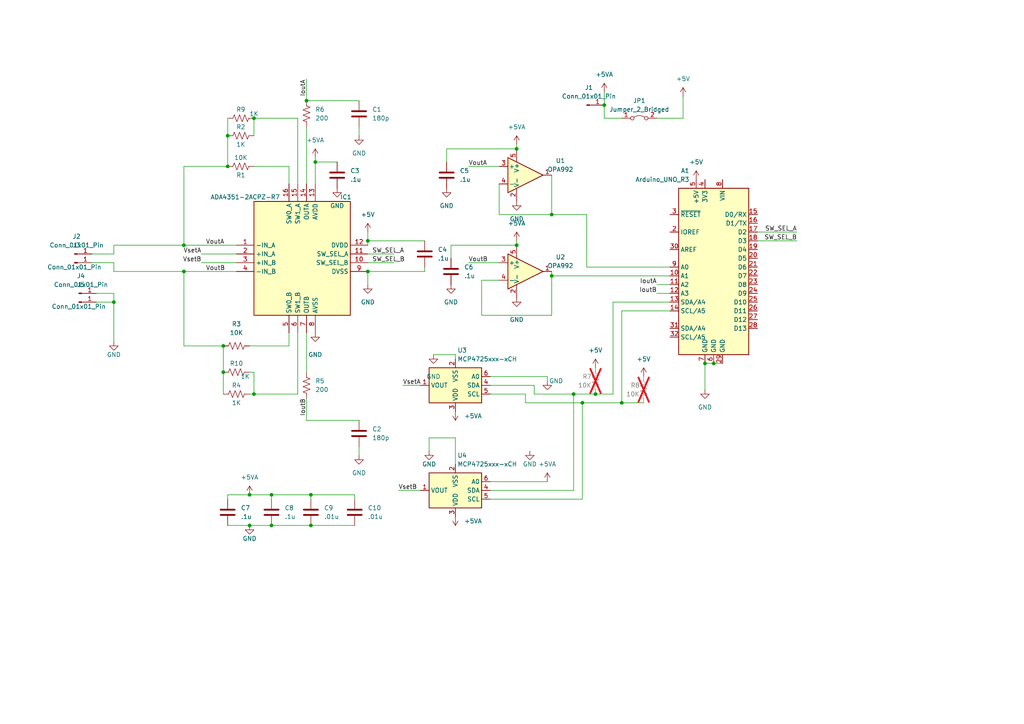
<source format=kicad_sch>
(kicad_sch (version 20230121) (generator eeschema)
  (paper "A4")
  (lib_symbols
    (symbol "Analog_DAC:MCP4725xxx-xCH"
      (property "Reference" "U" (at -6.35 6.35 0))
      (property "Value" "MCP4725xxx-xCH" (at 8.89 6.35 0))
      (symbol "MCP4725xxx-xCH_0_1"
        (rectangle (start -7.62 5.08) (end 7.62 -5.08) (stroke (width 0.254)) (fill (type background)))
      )
      (symbol "MCP4725xxx-xCH_1_1"
        (pin output line (at 10.16 0 180) (length 2.54) (name "VOUT") (number "1"))
        (pin power_in line (at 0 -7.62 90) (length 2.54) (name "VSS") (number "2"))
        (pin power_in line (at 0 7.62 270) (length 2.54) (name "VDD") (number "3"))
        (pin bidirectional line (at -10.16 0 0) (length 2.54) (name "SDA") (number "4"))
        (pin input line (at -10.16 2.54 0) (length 2.54) (name "SCL") (number "5"))
        (pin input line (at -10.16 -2.54 0) (length 2.54) (name "A0") (number "6"))
      )
    )
    (symbol "Connector:Conn_01x01_Pin" (pin_names (offset 1.016) hide)
      (property "Reference" "J" (at 0 2.54 0))
      (property "Value" "Conn_01x01_Pin" (at 0 -2.54 0))
      (symbol "Conn_01x01_Pin_1_1"
        (polyline (pts (xy 1.27 0) (xy 0.8636 0)) (stroke (width 0.1524)))
        (rectangle (start 0.8636 0.127) (end 0 -0.127) (stroke (width 0.1524)) (fill (type outline)))
        (pin passive line (at 5.08 0 180) (length 3.81) (name "Pin_1") (number "1"))
      )
    )
    (symbol "Device:C" (pin_numbers hide) (pin_names (offset 0.254))
      (property "Reference" "C" (at 0.635 2.54 0))
      (property "Value" "C" (at 0.635 -2.54 0))
      (symbol "C_0_1"
        (polyline (pts (xy -2.032 -0.762) (xy 2.032 -0.762)) (stroke (width 0.508)))
        (polyline (pts (xy -2.032 0.762) (xy 2.032 0.762)) (stroke (width 0.508)))
      )
      (symbol "C_1_1"
        (pin passive line (at 0 3.81 270) (length 2.794) (name "~") (number "1"))
        (pin passive line (at 0 -3.81 90) (length 2.794) (name "~") (number "2"))
      )
    )
    (symbol "Device:R_US" (pin_numbers hide) (pin_names (offset 0))
      (property "Reference" "R" (at 2.54 0 90))
      (property "Value" "R_US" (at -2.54 0 90))
      (symbol "R_US_0_1"
        (polyline (pts (xy 0 -2.286) (xy 0 -2.54)))
        (polyline (pts (xy 0 2.286) (xy 0 2.54)))
        (polyline (pts (xy 0 -0.762) (xy 1.016 -1.143) (xy 0 -1.524) (xy -1.016 -1.905) (xy 0 -2.286)))
        (polyline (pts (xy 0 0.762) (xy 1.016 0.381) (xy 0 0) (xy -1.016 -0.381) (xy 0 -0.762)))
        (polyline (pts (xy 0 2.286) (xy 1.016 1.905) (xy 0 1.524) (xy -1.016 1.143) (xy 0 0.762)))
      )
      (symbol "R_US_1_1"
        (pin passive line (at 0 3.81 270) (length 1.27) (name "~") (number "1"))
        (pin passive line (at 0 -3.81 90) (length 1.27) (name "~") (number "2"))
      )
    )
    (symbol "Jumper:Jumper_2_Bridged" (pin_names (offset 0) hide)
      (property "Reference" "JP" (at 0 1.905 0))
      (property "Value" "Jumper_2_Bridged" (at 0 -2.54 0))
      (symbol "Jumper_2_Bridged_0_0"
        (circle (center -2.032 0) (radius 0.508))
        (circle (center 2.032 0) (radius 0.508))
      )
      (symbol "Jumper_2_Bridged_0_1"
        (arc (start 1.524 0.254) (mid 0 0.762) (end -1.524 0.254))
      )
      (symbol "Jumper_2_Bridged_1_1"
        (pin passive line (at -5.08 0 0) (length 2.54) (name "A") (number "1"))
        (pin passive line (at 5.08 0 180) (length 2.54) (name "B") (number "2"))
      )
    )
    (symbol "MCU_Module:Arduino_UNO_R3"
      (property "Reference" "A" (at -10.16 23.495 0))
      (property "Value" "Arduino_UNO_R3" (at 5.08 -26.67 0))
      (symbol "Arduino_UNO_R3_0_1"
        (rectangle (start -10.16 22.86) (end 10.16 -25.4) (stroke (width 0.254)) (fill (type background)))
      )
      (symbol "Arduino_UNO_R3_1_1"
        (pin no_connect line (at -10.16 -20.32 0) (length 2.54) hide (name "NC") (number "1"))
        (pin bidirectional line (at 12.7 -2.54 180) (length 2.54) (name "A1") (number "10"))
        (pin bidirectional line (at 12.7 -5.08 180) (length 2.54) (name "A2") (number "11"))
        (pin bidirectional line (at 12.7 -7.62 180) (length 2.54) (name "A3") (number "12"))
        (pin bidirectional line (at 12.7 -10.16 180) (length 2.54) (name "SDA/A4") (number "13"))
        (pin bidirectional line (at 12.7 -12.7 180) (length 2.54) (name "SCL/A5") (number "14"))
        (pin bidirectional line (at -12.7 15.24 0) (length 2.54) (name "D0/RX") (number "15"))
        (pin bidirectional line (at -12.7 12.7 0) (length 2.54) (name "D1/TX") (number "16"))
        (pin bidirectional line (at -12.7 10.16 0) (length 2.54) (name "D2") (number "17"))
        (pin bidirectional line (at -12.7 7.62 0) (length 2.54) (name "D3") (number "18"))
        (pin bidirectional line (at -12.7 5.08 0) (length 2.54) (name "D4") (number "19"))
        (pin output line (at 12.7 10.16 180) (length 2.54) (name "IOREF") (number "2"))
        (pin bidirectional line (at -12.7 2.54 0) (length 2.54) (name "D5") (number "20"))
        (pin bidirectional line (at -12.7 0 0) (length 2.54) (name "D6") (number "21"))
        (pin bidirectional line (at -12.7 -2.54 0) (length 2.54) (name "D7") (number "22"))
        (pin bidirectional line (at -12.7 -5.08 0) (length 2.54) (name "D8") (number "23"))
        (pin bidirectional line (at -12.7 -7.62 0) (length 2.54) (name "D9") (number "24"))
        (pin bidirectional line (at -12.7 -10.16 0) (length 2.54) (name "D10") (number "25"))
        (pin bidirectional line (at -12.7 -12.7 0) (length 2.54) (name "D11") (number "26"))
        (pin bidirectional line (at -12.7 -15.24 0) (length 2.54) (name "D12") (number "27"))
        (pin bidirectional line (at -12.7 -17.78 0) (length 2.54) (name "D13") (number "28"))
        (pin power_in line (at -2.54 -27.94 90) (length 2.54) (name "GND") (number "29"))
        (pin input line (at 12.7 15.24 180) (length 2.54) (name "~{RESET}") (number "3"))
        (pin input line (at 12.7 5.08 180) (length 2.54) (name "AREF") (number "30"))
        (pin bidirectional line (at 12.7 -17.78 180) (length 2.54) (name "SDA/A4") (number "31"))
        (pin bidirectional line (at 12.7 -20.32 180) (length 2.54) (name "SCL/A5") (number "32"))
        (pin power_out line (at 2.54 25.4 270) (length 2.54) (name "3V3") (number "4"))
        (pin power_out line (at 5.08 25.4 270) (length 2.54) (name "+5V") (number "5"))
        (pin power_in line (at 0 -27.94 90) (length 2.54) (name "GND") (number "6"))
        (pin power_in line (at 2.54 -27.94 90) (length 2.54) (name "GND") (number "7"))
        (pin power_in line (at -2.54 25.4 270) (length 2.54) (name "VIN") (number "8"))
        (pin bidirectional line (at 12.7 0 180) (length 2.54) (name "A0") (number "9"))
      )
    )
    (symbol "mini-source-lib:ADA4351-2ACPZ-R7"
      (property "Reference" "IC" (at 34.29 17.78 0))
      (property "Value" "ADA4351-2ACPZ-R7" (at 34.29 15.24 0))
      (symbol "ADA4351-2ACPZ-R7_1_1"
        (rectangle (start 5.08 12.7) (end 33.02 -20.32) (stroke (width 0.254)) (fill (type background)))
        (pin passive line (at 0 0 0) (length 5.08) (name "-IN_A") (number "1"))
        (pin passive line (at 38.1 -5.08 180) (length 5.08) (name "SW_SEL_B") (number "10"))
        (pin passive line (at 38.1 -2.54 180) (length 5.08) (name "SW_SEL_A") (number "11"))
        (pin passive line (at 38.1 0 180) (length 5.08) (name "DVDD") (number "12"))
        (pin passive line (at 22.86 17.78 270) (length 5.08) (name "AVDD") (number "13"))
        (pin passive line (at 20.32 17.78 270) (length 5.08) (name "OUTA") (number "14"))
        (pin passive line (at 17.78 17.78 270) (length 5.08) (name "SW1_A") (number "15"))
        (pin passive line (at 15.24 17.78 270) (length 5.08) (name "SW0_A") (number "16"))
        (pin passive line (at 0 -2.54 0) (length 5.08) (name "+IN_A") (number "2"))
        (pin passive line (at 0 -5.08 0) (length 5.08) (name "+IN_B") (number "3"))
        (pin passive line (at 0 -7.62 0) (length 5.08) (name "-IN_B") (number "4"))
        (pin passive line (at 15.24 -25.4 90) (length 5.08) (name "SW0_B") (number "5"))
        (pin passive line (at 17.78 -25.4 90) (length 5.08) (name "SW1_B") (number "6"))
        (pin passive line (at 20.32 -25.4 90) (length 5.08) (name "OUTB") (number "7"))
        (pin passive line (at 22.86 -25.4 90) (length 5.08) (name "AVSS") (number "8"))
        (pin passive line (at 38.1 -7.62 180) (length 5.08) (name "DVSS") (number "9"))
      )
    )
    (symbol "mini-source-lib:OPAMP" (pin_names (offset 0.254))
      (property "Reference" "U" (at 3.81 3.175 0))
      (property "Value" "OPA992" (at 0 5.08 0))
      (symbol "OPAMP_0_1"
        (polyline (pts (xy 5.08 0) (xy -5.08 5.08) (xy -5.08 -5.08) (xy 5.08 0)) (stroke (width 0.254)) (fill (type background)))
      )
      (symbol "OPAMP_1_1"
        (pin output line (at 7.62 0 180) (length 2.54) (name "~") (number "1"))
        (pin power_in line (at -2.54 -7.62 90) (length 3.81) (name "V-") (number "2"))
        (pin input line (at -7.62 2.54 0) (length 2.54) (name "+") (number "3"))
        (pin input line (at -7.62 -2.54 0) (length 2.54) (name "-") (number "4"))
        (pin power_in line (at -2.54 7.62 270) (length 3.81) (name "V+") (number "5"))
      )
    )
    (symbol "power:+5V" (power) (pin_names (offset 0))
      (property "Value" "+5V" (at 0 3.556 0))
      (symbol "+5V_0_1"
        (polyline (pts (xy -0.762 1.27) (xy 0 2.54)))
        (polyline (pts (xy 0 0) (xy 0 2.54)))
        (polyline (pts (xy 0 2.54) (xy 0.762 1.27)))
      )
      (symbol "+5V_1_1"
        (pin power_in line (at 0 0 90) (length 0) hide (name "+5V") (number "1"))
      )
    )
    (symbol "power:+5VA" (power) (pin_names (offset 0))
      (property "Value" "+5VA" (at 0 3.556 0))
      (symbol "+5VA_0_1"
        (polyline (pts (xy -0.762 1.27) (xy 0 2.54)))
        (polyline (pts (xy 0 0) (xy 0 2.54)))
        (polyline (pts (xy 0 2.54) (xy 0.762 1.27)))
      )
      (symbol "+5VA_1_1"
        (pin power_in line (at 0 0 90) (length 0) hide (name "+5VA") (number "1"))
      )
    )
    (symbol "power:GND" (power) (pin_names (offset 0))
      (property "Value" "GND" (at 0 -3.81 0))
      (symbol "GND_0_1"
        (polyline (pts (xy 0 0) (xy 0 -1.27) (xy 1.27 -1.27) (xy 0 -2.54) (xy -1.27 -1.27) (xy 0 -1.27)))
      )
      (symbol "GND_1_1"
        (pin power_in line (at 0 0 270) (length 0) hide (name "GND") (number "1"))
      )
    )
  )
  (junction (at 160.02 80.01))
  (junction (at 207.01 105.41))
  (junction (at 88.9 29.21))
  (junction (at 106.68 69.85))
  (junction (at 72.39 143.51))
  (junction (at 149.86 71.12))
  (junction (at 180.34 116.84))
  (junction (at 53.34 78.74))
  (junction (at 90.17 152.4))
  (junction (at 91.44 46.99))
  (junction (at 78.74 143.51))
  (junction (at 53.34 71.12))
  (junction (at 106.68 78.74))
  (junction (at 73.66 34.29))
  (junction (at 66.04 48.26))
  (junction (at 64.77 107.95))
  (junction (at 64.77 100.33))
  (junction (at 33.02 87.63))
  (junction (at 90.17 143.51))
  (junction (at 149.86 43.18))
  (junction (at 168.91 116.84))
  (junction (at 160.02 62.23))
  (junction (at 204.47 105.41))
  (junction (at 66.04 39.37))
  (junction (at 166.37 114.3))
  (junction (at 78.74 152.4))
  (junction (at 73.66 114.3))
  (junction (at 172.72 114.3))
  (junction (at 72.39 152.4))
  (junction (at 175.26 30.48))
  (wire (pts (xy 144.78 62.23) (xy 160.02 62.23)))
  (wire (pts (xy 124.46 130.81) (xy 124.46 127)))
  (wire (pts (xy 190.5 82.55) (xy 194.31 82.55)))
  (wire (pts (xy 219.71 67.31) (xy 231.14 67.31)))
  (wire (pts (xy 66.04 143.51) (xy 66.04 144.78)))
  (wire (pts (xy 106.68 69.85) (xy 123.19 69.85)))
  (wire (pts (xy 204.47 105.41) (xy 207.01 105.41)))
  (wire (pts (xy 180.34 90.17) (xy 194.31 90.17)))
  (wire (pts (xy 27.94 85.09) (xy 33.02 85.09)))
  (wire (pts (xy 53.34 71.12) (xy 68.58 71.12)))
  (wire (pts (xy 142.24 109.22) (xy 158.75 109.22)))
  (wire (pts (xy 154.94 114.3) (xy 166.37 114.3)))
  (wire (pts (xy 86.36 114.3) (xy 73.66 114.3)))
  (wire (pts (xy 58.42 73.66) (xy 68.58 73.66)))
  (wire (pts (xy 175.26 34.29) (xy 180.34 34.29)))
  (wire (pts (xy 160.02 80.01) (xy 194.31 80.01)))
  (wire (pts (xy 91.44 46.99) (xy 91.44 45.72)))
  (wire (pts (xy 27.94 87.63) (xy 33.02 87.63)))
  (wire (pts (xy 66.04 34.29) (xy 66.04 39.37)))
  (wire (pts (xy 72.39 143.51) (xy 66.04 143.51)))
  (wire (pts (xy 168.91 116.84) (xy 180.34 116.84)))
  (wire (pts (xy 190.5 34.29) (xy 198.12 34.29)))
  (wire (pts (xy 83.82 100.33) (xy 72.39 100.33)))
  (wire (pts (xy 73.66 34.29) (xy 73.66 39.37)))
  (wire (pts (xy 64.77 100.33) (xy 64.77 107.95)))
  (wire (pts (xy 194.31 77.47) (xy 170.18 77.47)))
  (wire (pts (xy 144.78 53.34) (xy 144.78 62.23)))
  (wire (pts (xy 90.17 143.51) (xy 90.17 144.78)))
  (wire (pts (xy 78.74 143.51) (xy 90.17 143.51)))
  (wire (pts (xy 104.14 36.83) (xy 104.14 39.37)))
  (wire (pts (xy 106.68 78.74) (xy 123.19 78.74)))
  (wire (pts (xy 129.54 43.18) (xy 149.86 43.18)))
  (wire (pts (xy 33.02 76.2) (xy 33.02 78.74)))
  (wire (pts (xy 97.79 46.99) (xy 91.44 46.99)))
  (wire (pts (xy 78.74 152.4) (xy 90.17 152.4)))
  (wire (pts (xy 177.8 87.63) (xy 194.31 87.63)))
  (wire (pts (xy 132.08 127) (xy 132.08 134.62)))
  (wire (pts (xy 26.67 73.66) (xy 33.02 73.66)))
  (wire (pts (xy 139.7 81.28) (xy 139.7 91.44)))
  (wire (pts (xy 116.84 111.76) (xy 121.92 111.76)))
  (wire (pts (xy 73.66 48.26) (xy 83.82 48.26)))
  (wire (pts (xy 132.08 102.87) (xy 132.08 104.14)))
  (wire (pts (xy 106.68 78.74) (xy 106.68 82.55)))
  (wire (pts (xy 135.89 76.2) (xy 144.78 76.2)))
  (wire (pts (xy 88.9 22.86) (xy 88.9 29.21)))
  (wire (pts (xy 90.17 143.51) (xy 102.87 143.51)))
  (wire (pts (xy 86.36 96.52) (xy 86.36 114.3)))
  (wire (pts (xy 88.9 121.92) (xy 104.14 121.92)))
  (wire (pts (xy 78.74 143.51) (xy 78.74 144.78)))
  (wire (pts (xy 130.81 74.93) (xy 130.81 71.12)))
  (wire (pts (xy 180.34 116.84) (xy 186.69 116.84)))
  (wire (pts (xy 88.9 115.57) (xy 88.9 121.92)))
  (wire (pts (xy 135.89 48.26) (xy 144.78 48.26)))
  (wire (pts (xy 83.82 96.52) (xy 83.82 100.33)))
  (wire (pts (xy 83.82 53.34) (xy 83.82 48.26)))
  (wire (pts (xy 53.34 78.74) (xy 68.58 78.74)))
  (wire (pts (xy 166.37 114.3) (xy 166.37 142.24)))
  (wire (pts (xy 158.75 109.22) (xy 158.75 110.49)))
  (wire (pts (xy 106.68 69.85) (xy 106.68 71.12)))
  (wire (pts (xy 152.4 116.84) (xy 168.91 116.84)))
  (wire (pts (xy 190.5 85.09) (xy 194.31 85.09)))
  (wire (pts (xy 152.4 114.3) (xy 152.4 116.84)))
  (wire (pts (xy 166.37 114.3) (xy 172.72 114.3)))
  (wire (pts (xy 53.34 48.26) (xy 66.04 48.26)))
  (wire (pts (xy 53.34 100.33) (xy 53.34 78.74)))
  (wire (pts (xy 73.66 107.95) (xy 73.66 114.3)))
  (wire (pts (xy 72.39 152.4) (xy 78.74 152.4)))
  (wire (pts (xy 170.18 62.23) (xy 160.02 62.23)))
  (wire (pts (xy 175.26 26.67) (xy 175.26 30.48)))
  (wire (pts (xy 172.72 114.3) (xy 177.8 114.3)))
  (wire (pts (xy 33.02 71.12) (xy 53.34 71.12)))
  (wire (pts (xy 33.02 87.63) (xy 33.02 99.06)))
  (wire (pts (xy 198.12 27.94) (xy 198.12 34.29)))
  (wire (pts (xy 106.68 67.31) (xy 106.68 69.85)))
  (wire (pts (xy 142.24 142.24) (xy 166.37 142.24)))
  (wire (pts (xy 91.44 46.99) (xy 91.44 53.34)))
  (wire (pts (xy 139.7 91.44) (xy 160.02 91.44)))
  (wire (pts (xy 33.02 78.74) (xy 53.34 78.74)))
  (wire (pts (xy 124.46 127) (xy 132.08 127)))
  (wire (pts (xy 180.34 116.84) (xy 180.34 90.17)))
  (wire (pts (xy 53.34 71.12) (xy 53.34 48.26)))
  (wire (pts (xy 106.68 76.2) (xy 114.3 76.2)))
  (wire (pts (xy 86.36 34.29) (xy 73.66 34.29)))
  (wire (pts (xy 160.02 50.8) (xy 160.02 62.23)))
  (wire (pts (xy 175.26 30.48) (xy 175.26 34.29)))
  (wire (pts (xy 72.39 107.95) (xy 73.66 107.95)))
  (wire (pts (xy 219.71 69.85) (xy 231.14 69.85)))
  (wire (pts (xy 142.24 139.7) (xy 158.75 139.7)))
  (wire (pts (xy 144.78 81.28) (xy 139.7 81.28)))
  (wire (pts (xy 58.42 76.2) (xy 68.58 76.2)))
  (wire (pts (xy 170.18 77.47) (xy 170.18 62.23)))
  (wire (pts (xy 142.24 114.3) (xy 152.4 114.3)))
  (wire (pts (xy 123.19 78.74) (xy 123.19 77.47)))
  (wire (pts (xy 90.17 152.4) (xy 102.87 152.4)))
  (wire (pts (xy 154.94 111.76) (xy 154.94 114.3)))
  (wire (pts (xy 66.04 152.4) (xy 72.39 152.4)))
  (wire (pts (xy 106.68 73.66) (xy 114.3 73.66)))
  (wire (pts (xy 88.9 29.21) (xy 104.14 29.21)))
  (wire (pts (xy 104.14 129.54) (xy 104.14 132.08)))
  (wire (pts (xy 88.9 36.83) (xy 88.9 53.34)))
  (wire (pts (xy 86.36 34.29) (xy 86.36 53.34)))
  (wire (pts (xy 130.81 71.12) (xy 149.86 71.12)))
  (wire (pts (xy 142.24 144.78) (xy 168.91 144.78)))
  (wire (pts (xy 125.73 102.87) (xy 132.08 102.87)))
  (wire (pts (xy 66.04 39.37) (xy 66.04 48.26)))
  (wire (pts (xy 73.66 114.3) (xy 72.39 114.3)))
  (wire (pts (xy 129.54 46.99) (xy 129.54 43.18)))
  (wire (pts (xy 160.02 80.01) (xy 160.02 91.44)))
  (wire (pts (xy 204.47 105.41) (xy 204.47 113.03)))
  (wire (pts (xy 177.8 114.3) (xy 177.8 87.63)))
  (wire (pts (xy 53.34 100.33) (xy 64.77 100.33)))
  (wire (pts (xy 72.39 143.51) (xy 78.74 143.51)))
  (wire (pts (xy 26.67 76.2) (xy 33.02 76.2)))
  (wire (pts (xy 149.86 41.91) (xy 149.86 43.18)))
  (wire (pts (xy 149.86 69.85) (xy 149.86 71.12)))
  (wire (pts (xy 102.87 143.51) (xy 102.87 144.78)))
  (wire (pts (xy 33.02 71.12) (xy 33.02 73.66)))
  (wire (pts (xy 168.91 144.78) (xy 168.91 116.84)))
  (wire (pts (xy 142.24 111.76) (xy 154.94 111.76)))
  (wire (pts (xy 160.02 78.74) (xy 160.02 80.01)))
  (wire (pts (xy 64.77 107.95) (xy 64.77 114.3)))
  (wire (pts (xy 33.02 85.09) (xy 33.02 87.63)))
  (wire (pts (xy 207.01 105.41) (xy 209.55 105.41)))
  (wire (pts (xy 88.9 96.52) (xy 88.9 107.95)))
  (wire (pts (xy 115.57 142.24) (xy 121.92 142.24)))
  (label "IoutA" (at 190.5 82.55 180))
  (label "VsetB" (at 115.57 142.24 0))
  (label "VsetB" (at 58.42 76.2 180))
  (label "IoutB" (at 88.9 120.65 90))
  (label "VoutB" (at 135.89 76.2 0))
  (label "SW_SEL_B" (at 231.14 69.85 180))
  (label "SW_SEL_B" (at 107.95 76.2 0))
  (label "VsetA" (at 116.84 111.76 0))
  (label "IoutB" (at 190.5 85.09 180))
  (label "VoutA" (at 59.69 71.12 0))
  (label "IoutA" (at 88.9 27.94 90))
  (label "VsetA" (at 58.42 73.66 180))
  (label "VoutA" (at 135.89 48.26 0))
  (label "VoutB" (at 59.69 78.74 0))
  (label "SW_SEL_A" (at 231.14 67.31 180))
  (label "SW_SEL_A" (at 107.95 73.66 0))
  (symbol (lib_id "Device:C") (at 104.14 33.02 0) (unit 1)
    (property "Reference" "C1" (at 107.95 31.75 0) (effects (justify left)))
    (property "Value" "180p" (at 107.95 34.29 0) (effects (justify left)))
    (property "Footprint" "Capacitor_SMD:C_0805_2012Metric_Pad1.18x1.45mm_HandSolder" (effects hide))
    (property "Datasheet" "https://www.mouser.com/ProductDetail/KYOCERA-AVX/08051C181KAT2A?qs=LzfKPbejVBXgge7OLNdD%2Fw%3D%3D" (effects hide))
  )
  (symbol (lib_id "Analog_DAC:MCP4725xxx-xCH") (at 132.08 142.24 180) (unit 1)
    (property "Reference" "U4" (at 132.6641 132.08 0) (effects (justify right)))
    (property "Value" "MCP4725xxx-xCH" (at 132.6641 134.62 0) (effects (justify right)))
    (property "Footprint" "Package_TO_SOT_SMD:SOT-23-6" (effects hide))
    (property "Datasheet" "http://ww1.microchip.com/downloads/en/DeviceDoc/22039d.pdf" (effects hide))
  )
  (symbol (lib_id "power:GND") (at 97.79 54.61 0) (unit 1)
    (property "Reference" "#PWR023" (effects hide))
    (property "Value" "GND" (at 97.79 59.69 0))
  )
  (symbol (lib_id "power:GND") (at 204.47 113.03 0) (unit 1)
    (property "Reference" "#PWR06" (effects hide))
    (property "Value" "GND" (at 204.47 118.11 0))
  )
  (symbol (lib_id "mini-source-lib:OPAMP") (at 152.4 50.8 0) (unit 1)
    (property "Reference" "U1" (at 162.56 46.6091 0))
    (property "Value" "OPA992" (at 162.56 49.1491 0))
    (property "Footprint" "Package_TO_SOT_SMD:SOT-23-5" (effects hide))
    (property "Datasheet" "https://www.ti.com/lit/ds/symlink/opa992-q1.pdf?ts=1705449195545&ref_url=https%253A%252F%252Fwww.mouser.com%252F" (effects hide))
  )
  (symbol (lib_id "power:GND") (at 130.81 82.55 0) (unit 1)
    (property "Reference" "#PWR025" (effects hide))
    (property "Value" "GND" (at 130.81 87.63 0))
  )
  (symbol (lib_id "power:GND") (at 104.14 39.37 0) (unit 1)
    (property "Reference" "#PWR012" (effects hide))
    (property "Value" "GND" (at 104.14 44.45 0))
  )
  (symbol (lib_id "Device:R_US") (at 88.9 111.76 180) (unit 1)
    (property "Reference" "R5" (at 91.44 110.49 0) (effects (justify right)))
    (property "Value" "200" (at 91.44 113.03 0) (effects (justify right)))
    (property "Footprint" "Resistor_SMD:R_0805_2012Metric_Pad1.20x1.40mm_HandSolder" (effects hide))
    (property "Datasheet" "https://www.mouser.com/ProductDetail/ROHM-Semiconductor/SDR10EZPF2000?qs=sGAEpiMZZMtlubZbdhIBIK8AeiPKd8jIKOpLtdpd47Q%3D" (effects hide))
  )
  (symbol (lib_id "Device:R_US") (at 88.9 33.02 180) (unit 1)
    (property "Reference" "R6" (at 91.44 31.75 0) (effects (justify right)))
    (property "Value" "200" (at 91.44 34.29 0) (effects (justify right)))
    (property "Footprint" "Resistor_SMD:R_0805_2012Metric_Pad1.20x1.40mm_HandSolder" (effects hide))
    (property "Datasheet" "https://www.mouser.com/ProductDetail/ROHM-Semiconductor/SDR10EZPF2000?qs=sGAEpiMZZMtlubZbdhIBIK8AeiPKd8jIKOpLtdpd47Q%3D" (effects hide))
  )
  (symbol (lib_id "Device:C") (at 102.87 148.59 0) (unit 1)
    (property "Reference" "C10" (at 106.68 147.32 0) (effects (justify left)))
    (property "Value" ".01u" (at 106.68 149.86 0) (effects (justify left)))
    (property "Footprint" "Capacitor_SMD:C_0603_1608Metric_Pad1.08x0.95mm_HandSolder" (effects hide))
    (property "Datasheet" "https://www.mouser.com/ProductDetail/KYOCERA-AVX/KAM15AR72A103KM?qs=Jm2GQyTW%2FbidaKuPpnVTuw%3D%3D" (effects hide))
  )
  (symbol (lib_id "power:+5VA") (at 91.44 45.72 0) (unit 1)
    (property "Reference" "#PWR07" (effects hide))
    (property "Value" "+5VA" (at 91.44 40.64 0))
  )
  (symbol (lib_id "Device:R_US") (at 68.58 114.3 270) (unit 1)
    (property "Reference" "R4" (at 68.58 111.76 90))
    (property "Value" "1K" (at 68.58 116.84 90))
    (property "Footprint" "Resistor_SMD:R_0805_2012Metric_Pad1.20x1.40mm_HandSolder" (effects hide))
    (property "Datasheet" "https://www.digikey.com/en/products/detail/stackpole-electronics-inc/RNCF0805TKY1K00/2269700" (effects hide))
  )
  (symbol (lib_id "Device:R_US") (at 69.85 39.37 270) (unit 1)
    (property "Reference" "R2" (at 69.85 36.83 90))
    (property "Value" "1K" (at 69.85 41.91 90))
    (property "Footprint" "Resistor_SMD:R_0805_2012Metric_Pad1.20x1.40mm_HandSolder" (effects hide))
    (property "Datasheet" "https://www.digikey.com/en/products/detail/stackpole-electronics-inc/RNCF0805TKY1K00/2269700" (effects hide))
  )
  (symbol (lib_id "Connector:Conn_01x01_Pin") (at 22.86 87.63 0) (unit 1)
    (property "Reference" "J5" (at 23.495 82.55 0))
    (property "Value" "Conn_01x01_Pin" (at 22.86 88.9 0))
    (property "Footprint" "Connector_PinHeader_2.54mm:PinHeader_1x01_P2.54mm_Vertical" (effects hide))
  )
  (symbol (lib_id "power:GND") (at 91.44 96.52 0) (unit 1)
    (property "Reference" "#PWR011" (effects hide))
    (property "Value" "GND" (at 91.44 102.87 0))
  )
  (symbol (lib_id "power:GND") (at 125.73 102.87 0) (unit 1)
    (property "Reference" "#PWR015" (effects hide))
    (property "Value" "GND" (at 125.73 109.22 0))
  )
  (symbol (lib_id "power:GND") (at 153.67 130.81 0) (unit 1)
    (property "Reference" "#PWR027" (effects hide))
    (property "Value" "GND" (at 153.67 134.62 0))
  )
  (symbol (lib_id "Jumper:Jumper_2_Bridged") (at 185.42 34.29 0) (unit 1)
    (property "Reference" "JP1" (at 185.42 29.21 0))
    (property "Value" "Jumper_2_Bridged" (at 185.42 31.75 0))
    (property "Footprint" "Jumper:SolderJumper-2_P1.3mm_Open_Pad1.0x1.5mm" (effects hide))
  )
  (symbol (lib_id "power:GND") (at 124.46 130.81 0) (unit 1)
    (property "Reference" "#PWR017" (effects hide))
    (property "Value" "GND" (at 124.46 134.62 0))
  )
  (symbol (lib_id "power:+5VA") (at 132.08 119.38 180) (unit 1)
    (property "Reference" "#PWR010" (effects hide))
    (property "Value" "+5VA" (at 134.62 120.65 0) (effects (justify right)))
  )
  (symbol (lib_id "power:+5V") (at 186.69 109.22 0) (unit 1)
    (property "Reference" "#PWR020" (effects hide))
    (property "Value" "+5V" (at 186.69 104.14 0))
  )
  (symbol (lib_id "power:+5V") (at 198.12 27.94 0) (unit 1)
    (property "Reference" "#PWR021" (effects hide))
    (property "Value" "+5V" (at 198.12 22.86 0))
  )
  (symbol (lib_id "mini-source-lib:OPAMP") (at 152.4 78.74 0) (unit 1)
    (property "Reference" "U2" (at 162.56 74.5491 0))
    (property "Value" "OPA992" (at 162.56 77.0891 0))
    (property "Footprint" "Package_TO_SOT_SMD:SOT-23-5" (effects hide))
    (property "Datasheet" "https://www.ti.com/lit/ds/symlink/opa992-q1.pdf?ts=1705449195545&ref_url=https%253A%252F%252Fwww.mouser.com%252F" (effects hide))
  )
  (symbol (lib_id "power:GND") (at 129.54 54.61 0) (unit 1)
    (property "Reference" "#PWR024" (effects hide))
    (property "Value" "GND" (at 129.54 59.69 0))
  )
  (symbol (lib_id "power:GND") (at 33.02 99.06 0) (unit 1)
    (property "Reference" "#PWR029" (effects hide))
    (property "Value" "GND" (at 33.02 102.87 0))
  )
  (symbol (lib_id "MCU_Module:Arduino_UNO_R3") (at 207.01 77.47 0) (mirror y) (unit 1)
    (property "Reference" "A1" (at 199.9741 49.53 0) (effects (justify left)))
    (property "Value" "Arduino_UNO_R3" (at 199.9741 52.07 0) (effects (justify left)))
    (property "Footprint" "Module:Arduino_UNO_R3" (effects hide))
    (property "Datasheet" "https://www.arduino.cc/en/Main/arduinoBoardUno" (effects hide))
  )
  (symbol (lib_id "Connector:Conn_01x01_Pin") (at 22.86 85.09 0) (unit 1)
    (property "Reference" "J4" (at 23.495 80.01 0))
    (property "Value" "Conn_01x01_Pin" (at 23.495 82.55 0))
    (property "Footprint" "Connector_PinHeader_2.54mm:PinHeader_1x01_P2.54mm_Vertical" (effects hide))
  )
  (symbol (lib_id "power:+5V") (at 172.72 106.68 0) (unit 1)
    (property "Reference" "#PWR016" (effects hide))
    (property "Value" "+5V" (at 172.72 101.6 0))
  )
  (symbol (lib_id "power:+5V") (at 201.93 52.07 0) (unit 1)
    (property "Reference" "#PWR05" (effects hide))
    (property "Value" "+5V" (at 201.93 46.99 0))
  )
  (symbol (lib_id "Device:C") (at 97.79 50.8 0) (unit 1)
    (property "Reference" "C3" (at 101.6 49.53 0) (effects (justify left)))
    (property "Value" ".1u" (at 101.6 52.07 0) (effects (justify left)))
    (property "Footprint" "Capacitor_SMD:C_0603_1608Metric_Pad1.08x0.95mm_HandSolder" (effects hide))
    (property "Datasheet" "https://www.mouser.com/ProductDetail/KEMET/C0603C104K1RACAUTO?qs=sGAEpiMZZMsh%252B1woXyUXj2DauOx9ATzFouinhvcdKhg%3D" (effects hide))
  )
  (symbol (lib_id "Device:C") (at 129.54 50.8 0) (unit 1)
    (property "Reference" "C5" (at 133.35 49.53 0) (effects (justify left)))
    (property "Value" ".1u" (at 133.35 52.07 0) (effects (justify left)))
    (property "Footprint" "Capacitor_SMD:C_0603_1608Metric_Pad1.08x0.95mm_HandSolder" (effects hide))
    (property "Datasheet" "https://www.mouser.com/ProductDetail/KEMET/C0603C104K1RACAUTO?qs=sGAEpiMZZMsh%252B1woXyUXj2DauOx9ATzFouinhvcdKhg%3D" (effects hide))
  )
  (symbol (lib_id "power:+5VA") (at 149.86 69.85 0) (unit 1)
    (property "Reference" "#PWR04" (effects hide))
    (property "Value" "+5VA" (at 149.86 64.77 0))
  )
  (symbol (lib_id "Device:R_US") (at 68.58 100.33 90) (unit 1)
    (property "Reference" "R3" (at 68.58 93.98 90))
    (property "Value" "10K" (at 68.58 96.52 90))
    (property "Footprint" "Resistor_SMD:R_1206_3216Metric_Pad1.30x1.75mm_HandSolder" (effects hide))
    (property "Datasheet" "https://www.digikey.com/en/products/detail/stackpole-electronics-inc/RNCF1206TKY10K0/2269704" (effects hide))
  )
  (symbol (lib_id "power:+5VA") (at 158.75 139.7 0) (unit 1)
    (property "Reference" "#PWR019" (effects hide))
    (property "Value" "+5VA" (at 158.75 134.62 0))
  )
  (symbol (lib_id "Device:C") (at 130.81 78.74 0) (unit 1)
    (property "Reference" "C6" (at 134.62 77.47 0) (effects (justify left)))
    (property "Value" ".1u" (at 134.62 80.01 0) (effects (justify left)))
    (property "Footprint" "Capacitor_SMD:C_0603_1608Metric_Pad1.08x0.95mm_HandSolder" (effects hide))
    (property "Datasheet" "https://www.mouser.com/ProductDetail/KEMET/C0603C104K1RACAUTO?qs=sGAEpiMZZMsh%252B1woXyUXj2DauOx9ATzFouinhvcdKhg%3D" (effects hide))
  )
  (symbol (lib_id "Device:C") (at 78.74 148.59 0) (unit 1)
    (property "Reference" "C8" (at 82.55 147.32 0) (effects (justify left)))
    (property "Value" ".1u" (at 82.55 149.86 0) (effects (justify left)))
    (property "Footprint" "Capacitor_SMD:C_0603_1608Metric_Pad1.08x0.95mm_HandSolder" (effects hide))
    (property "Datasheet" "https://www.mouser.com/ProductDetail/KEMET/C0603C104K1RACAUTO?qs=sGAEpiMZZMsh%252B1woXyUXj2DauOx9ATzFouinhvcdKhg%3D" (effects hide))
  )
  (symbol (lib_id "Device:R_US") (at 68.58 107.95 270) (unit 1)
    (property "Reference" "R10" (at 68.58 105.41 90))
    (property "Value" "1K" (at 71.12 109.22 90))
    (property "Footprint" "Resistor_SMD:R_0805_2012Metric_Pad1.20x1.40mm_HandSolder" (effects hide))
    (property "Datasheet" "https://www.digikey.com/en/products/detail/stackpole-electronics-inc/RNCF0805TKY1K00/2269700" (effects hide))
  )
  (symbol (lib_id "Device:R_US") (at 172.72 110.49 180) (unit 1) (dnp yes)
    (property "Reference" "R7" (at 168.91 109.22 0) (effects (justify right)))
    (property "Value" "10K" (at 167.64 111.76 0) (effects (justify right)))
    (property "Footprint" "Resistor_SMD:R_1206_3216Metric_Pad1.30x1.75mm_HandSolder" (effects hide))
  )
  (symbol (lib_id "power:+5VA") (at 132.08 149.86 180) (unit 1)
    (property "Reference" "#PWR014" (effects hide))
    (property "Value" "+5VA" (at 134.62 151.13 0) (effects (justify right)))
  )
  (symbol (lib_id "Device:C") (at 90.17 148.59 0) (unit 1)
    (property "Reference" "C9" (at 93.98 147.32 0) (effects (justify left)))
    (property "Value" ".01u" (at 93.98 149.86 0) (effects (justify left)))
    (property "Footprint" "Capacitor_SMD:C_0603_1608Metric_Pad1.08x0.95mm_HandSolder" (effects hide))
    (property "Datasheet" "https://www.mouser.com/ProductDetail/KYOCERA-AVX/KAM15AR72A103KM?qs=Jm2GQyTW%2FbidaKuPpnVTuw%3D%3D" (effects hide))
  )
  (symbol (lib_id "Connector:Conn_01x01_Pin") (at 21.59 73.66 0) (unit 1)
    (property "Reference" "J2" (at 22.225 68.58 0))
    (property "Value" "Conn_01x01_Pin" (at 22.225 71.12 0))
    (property "Footprint" "Connector_PinHeader_2.54mm:PinHeader_1x01_P2.54mm_Vertical" (effects hide))
  )
  (symbol (lib_id "Analog_DAC:MCP4725xxx-xCH") (at 132.08 111.76 180) (unit 1)
    (property "Reference" "U3" (at 132.6641 101.6 0) (effects (justify right)))
    (property "Value" "MCP4725xxx-xCH" (at 132.6641 104.14 0) (effects (justify right)))
    (property "Footprint" "Package_TO_SOT_SMD:SOT-23-6" (effects hide))
    (property "Datasheet" "http://ww1.microchip.com/downloads/en/DeviceDoc/22039d.pdf" (effects hide))
  )
  (symbol (lib_id "power:GND") (at 158.75 110.49 0) (unit 1)
    (property "Reference" "#PWR018" (effects hide))
    (property "Value" "GND" (at 161.29 110.49 0))
  )
  (symbol (lib_id "mini-source-lib:ADA4351-2ACPZ-R7") (at 68.58 71.12 0) (unit 1)
    (property "Reference" "IC1" (at 100.33 57.15 0))
    (property "Value" "ADA4351-2ACPZ-R7" (at 71.12 57.15 0))
    (property "Footprint" "mini-source-lib:QFN50P300X300X80-16N-D" (effects hide))
    (property "Datasheet" "https://www.analog.com/ADA4351-2/datasheet" (effects hide))
    (property "Height" "0.8" (effects hide))
    (property "Manufacturer_Name" "Analog Devices" (effects hide))
    (property "Manufacturer_Part_Number" "ADA4351-2ACPZ-R7" (effects hide))
  )
  (symbol (lib_id "power:GND") (at 149.86 58.42 0) (unit 1)
    (property "Reference" "#PWR01" (effects hide))
    (property "Value" "GND" (at 149.86 63.5 0))
  )
  (symbol (lib_id "Device:R_US") (at 69.85 34.29 270) (unit 1)
    (property "Reference" "R9" (at 69.85 31.75 90))
    (property "Value" "1K" (at 73.66 33.02 90))
    (property "Footprint" "Resistor_SMD:R_0805_2012Metric_Pad1.20x1.40mm_HandSolder" (effects hide))
    (property "Datasheet" "https://www.digikey.com/en/products/detail/stackpole-electronics-inc/RNCF0805TKY1K00/2269700" (effects hide))
  )
  (symbol (lib_id "power:+5VA") (at 72.39 143.51 0) (unit 1)
    (property "Reference" "#PWR026" (effects hide))
    (property "Value" "+5VA" (at 72.39 138.43 0))
  )
  (symbol (lib_id "power:+5VA") (at 175.26 26.67 0) (unit 1)
    (property "Reference" "#PWR022" (effects hide))
    (property "Value" "+5VA" (at 175.26 21.59 0))
  )
  (symbol (lib_id "Device:R_US") (at 186.69 113.03 180) (unit 1) (dnp yes)
    (property "Reference" "R8" (at 182.88 111.76 0) (effects (justify right)))
    (property "Value" "10K" (at 181.61 114.3 0) (effects (justify right)))
    (property "Footprint" "Resistor_SMD:R_1206_3216Metric_Pad1.30x1.75mm_HandSolder" (effects hide))
  )
  (symbol (lib_id "power:GND") (at 72.39 152.4 0) (unit 1)
    (property "Reference" "#PWR028" (effects hide))
    (property "Value" "GND" (at 72.39 156.21 0))
  )
  (symbol (lib_id "Connector:Conn_01x01_Pin") (at 170.18 30.48 0) (unit 1)
    (property "Reference" "J1" (at 170.815 25.4 0))
    (property "Value" "Conn_01x01_Pin" (at 170.815 27.94 0))
    (property "Footprint" "Connector_PinHeader_2.54mm:PinHeader_1x01_P2.54mm_Vertical" (effects hide))
  )
  (symbol (lib_id "Connector:Conn_01x01_Pin") (at 21.59 76.2 0) (unit 1)
    (property "Reference" "J3" (at 22.225 71.12 0))
    (property "Value" "Conn_01x01_Pin" (at 21.59 77.47 0))
    (property "Footprint" "Connector_PinHeader_2.54mm:PinHeader_1x01_P2.54mm_Vertical" (effects hide))
  )
  (symbol (lib_id "Device:C") (at 66.04 148.59 0) (unit 1)
    (property "Reference" "C7" (at 69.85 147.32 0) (effects (justify left)))
    (property "Value" ".1u" (at 69.85 149.86 0) (effects (justify left)))
    (property "Footprint" "Capacitor_SMD:C_0603_1608Metric_Pad1.08x0.95mm_HandSolder" (effects hide))
    (property "Datasheet" "https://www.mouser.com/ProductDetail/KEMET/C0603C104K1RACAUTO?qs=sGAEpiMZZMsh%252B1woXyUXj2DauOx9ATzFouinhvcdKhg%3D" (effects hide))
  )
  (symbol (lib_id "power:+5V") (at 106.68 67.31 0) (unit 1)
    (property "Reference" "#PWR09" (effects hide))
    (property "Value" "+5V" (at 106.68 62.23 0))
  )
  (symbol (lib_id "Device:R_US") (at 69.85 48.26 90) (unit 1)
    (property "Reference" "R1" (at 69.85 50.8 90))
    (property "Value" "10K" (at 69.85 45.72 90))
    (property "Footprint" "Resistor_SMD:R_1206_3216Metric_Pad1.30x1.75mm_HandSolder" (effects hide))
    (property "Datasheet" "https://www.digikey.com/en/products/detail/stackpole-electronics-inc/RNCF1206TKY10K0/2269704" (effects hide))
  )
  (symbol (lib_id "power:GND") (at 106.68 82.55 0) (unit 1)
    (property "Reference" "#PWR08" (effects hide))
    (property "Value" "GND" (at 106.68 87.63 0))
  )
  (symbol (lib_id "power:GND") (at 149.86 86.36 0) (unit 1)
    (property "Reference" "#PWR02" (effects hide))
    (property "Value" "GND" (at 149.86 92.71 0))
  )
  (symbol (lib_id "power:+5VA") (at 149.86 41.91 0) (unit 1)
    (property "Reference" "#PWR03" (effects hide))
    (property "Value" "+5VA" (at 149.86 36.83 0))
  )
  (symbol (lib_id "Device:C") (at 123.19 73.66 0) (unit 1)
    (property "Reference" "C4" (at 127 72.39 0) (effects (justify left)))
    (property "Value" ".1u" (at 127 74.93 0) (effects (justify left)))
    (property "Footprint" "Capacitor_SMD:C_0603_1608Metric_Pad1.08x0.95mm_HandSolder" (effects hide))
    (property "Datasheet" "https://www.mouser.com/ProductDetail/KEMET/C0603C104K1RACAUTO?qs=sGAEpiMZZMsh%252B1woXyUXj2DauOx9ATzFouinhvcdKhg%3D" (effects hide))
  )
  (symbol (lib_id "Device:C") (at 104.14 125.73 0) (unit 1)
    (property "Reference" "C2" (at 107.95 124.46 0) (effects (justify left)))
    (property "Value" "180p" (at 107.95 127 0) (effects (justify left)))
    (property "Footprint" "Capacitor_SMD:C_0805_2012Metric_Pad1.18x1.45mm_HandSolder" (effects hide))
    (property "Datasheet" "https://www.mouser.com/ProductDetail/KYOCERA-AVX/08051C181KAT2A?qs=LzfKPbejVBXgge7OLNdD%2Fw%3D%3D" (effects hide))
  )
  (symbol (lib_id "power:GND") (at 104.14 132.08 0) (unit 1)
    (property "Reference" "#PWR013" (effects hide))
    (property "Value" "GND" (at 104.14 137.16 0))
  )
)
</source>
